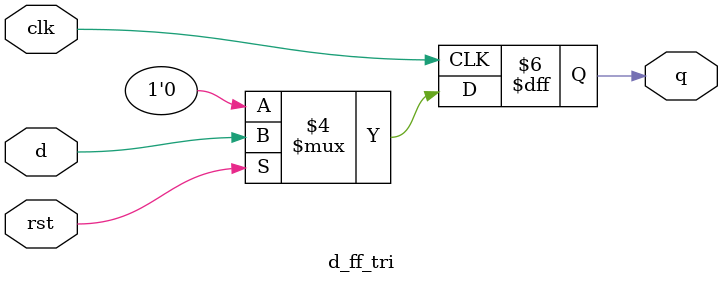
<source format=v>
module d_ff_tri(
    input clk,rst,d,
    output reg q
);
    always@(posedge clk)
        begin
            if(rst == 0)
                q<=0;
            else
                q<=d;
        end
endmodule
        
</source>
